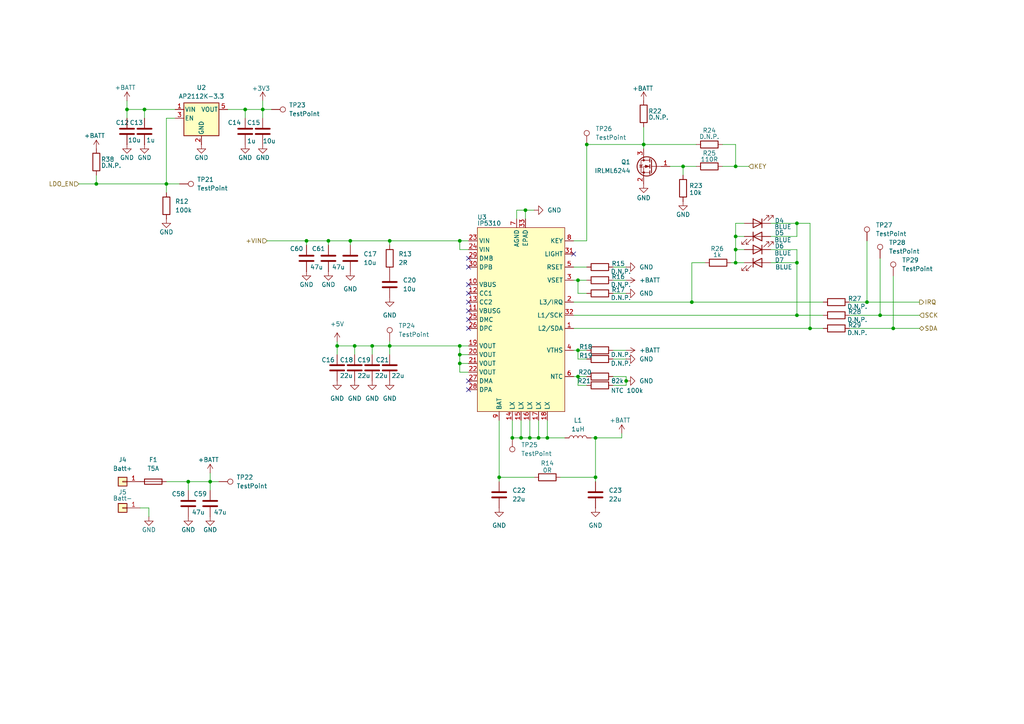
<source format=kicad_sch>
(kicad_sch (version 20231120) (generator "eeschema") (generator_version "8.0")
  (paper "A4")
  (title_block (title "Mermaid Control Unit") (date "2025-02-04") (rev "A") (company "Aurora Dreams Mermaids") (comment 1 "Designed by: Ondrej Ruzicka") (comment 4 "Powering"))
  (lib_symbols
    (symbol "Connector:TestPoint" (pin_numbers hide) (pin_names (offset 0.762) hide)
      (property "Reference" "TP" (at 0 6.858 0))
      (property "Value" "TestPoint" (at 0 5.08 0))
      (symbol "TestPoint_0_1"
        (circle (center 0 3.302) (radius 0.762))
      )
      (symbol "TestPoint_1_1"
        (pin passive line (at 0 0 90) (length 2.54) (name "1") (number "1"))
      )
    )
    (symbol "Connector_Generic:Conn_01x01" (pin_names (offset 1.016) hide)
      (property "Reference" "J" (at 0 2.54 0))
      (property "Value" "Conn_01x01" (at 0 -2.54 0))
      (symbol "Conn_01x01_1_1"
        (rectangle (start -1.27 0.127) (end 0 -0.127) (stroke (width 0.1524)))
        (rectangle (start -1.27 1.27) (end 1.27 -1.27) (stroke (width 0.254)) (fill (type background)))
        (pin passive line (at -5.08 0 0) (length 3.81) (name "Pin_1") (number "1"))
      )
    )
    (symbol "Device:C" (pin_numbers hide) (pin_names (offset 0.254))
      (property "Reference" "C" (at 0.635 2.54 0))
      (property "Value" "C" (at 0.635 -2.54 0))
      (symbol "C_0_1"
        (polyline (pts (xy -2.032 -0.762) (xy 2.032 -0.762)) (stroke (width 0.508)))
        (polyline (pts (xy -2.032 0.762) (xy 2.032 0.762)) (stroke (width 0.508)))
      )
      (symbol "C_1_1"
        (pin passive line (at 0 3.81 270) (length 2.794) (name "~") (number "1"))
        (pin passive line (at 0 -3.81 90) (length 2.794) (name "~") (number "2"))
      )
    )
    (symbol "Device:Fuse" (pin_numbers hide) (pin_names (offset 0))
      (property "Reference" "F" (at 2.032 0 90))
      (property "Value" "Fuse" (at -1.905 0 90))
      (symbol "Fuse_0_1"
        (rectangle (start -0.762 -2.54) (end 0.762 2.54) (stroke (width 0.254)))
        (polyline (pts (xy 0 2.54) (xy 0 -2.54)))
      )
      (symbol "Fuse_1_1"
        (pin passive line (at 0 3.81 270) (length 1.27) (name "~") (number "1"))
        (pin passive line (at 0 -3.81 90) (length 1.27) (name "~") (number "2"))
      )
    )
    (symbol "Device:L" (pin_numbers hide) (pin_names (offset 1.016) hide)
      (property "Reference" "L" (at -1.27 0 90))
      (property "Value" "L" (at 1.905 0 90))
      (symbol "L_0_1"
        (arc (start 0 -2.54) (mid 0.6323 -1.905) (end 0 -1.27))
        (arc (start 0 -1.27) (mid 0.6323 -0.635) (end 0 0))
        (arc (start 0 0) (mid 0.6323 0.635) (end 0 1.27))
        (arc (start 0 1.27) (mid 0.6323 1.905) (end 0 2.54))
      )
      (symbol "L_1_1"
        (pin passive line (at 0 3.81 270) (length 1.27) (name "1") (number "1"))
        (pin passive line (at 0 -3.81 90) (length 1.27) (name "2") (number "2"))
      )
    )
    (symbol "Device:LED" (pin_numbers hide) (pin_names (offset 1.016) hide)
      (property "Reference" "D" (at 0 2.54 0))
      (property "Value" "LED" (at 0 -2.54 0))
      (symbol "LED_0_1"
        (polyline (pts (xy -1.27 -1.27) (xy -1.27 1.27)) (stroke (width 0.254)))
        (polyline (pts (xy -1.27 0) (xy 1.27 0)))
        (polyline (pts (xy 1.27 -1.27) (xy 1.27 1.27) (xy -1.27 0) (xy 1.27 -1.27)) (stroke (width 0.254)))
        (polyline (pts (xy -3.048 -0.762) (xy -4.572 -2.286) (xy -3.81 -2.286) (xy -4.572 -2.286) (xy -4.572 -1.524)))
        (polyline (pts (xy -1.778 -0.762) (xy -3.302 -2.286) (xy -2.54 -2.286) (xy -3.302 -2.286) (xy -3.302 -1.524)))
      )
      (symbol "LED_1_1"
        (pin passive line (at -3.81 0 0) (length 2.54) (name "K") (number "1"))
        (pin passive line (at 3.81 0 180) (length 2.54) (name "A") (number "2"))
      )
    )
    (symbol "Device:R" (pin_numbers hide) (pin_names (offset 0))
      (property "Reference" "R" (at 2.032 0 90))
      (property "Value" "R" (at 0 0 90))
      (symbol "R_0_1"
        (rectangle (start -1.016 -2.54) (end 1.016 2.54) (stroke (width 0.254)))
      )
      (symbol "R_1_1"
        (pin passive line (at 0 3.81 270) (length 1.27) (name "~") (number "1"))
        (pin passive line (at 0 -3.81 90) (length 1.27) (name "~") (number "2"))
      )
    )
    (symbol "Regulator_Linear:AP2112K-3.3" (pin_names (offset 0.254))
      (property "Reference" "U" (at -5.08 5.715 0))
      (property "Value" "AP2112K-3.3" (at 0 5.715 0))
      (symbol "AP2112K-3.3_0_1"
        (rectangle (start -5.08 4.445) (end 5.08 -5.08) (stroke (width 0.254)) (fill (type background)))
      )
      (symbol "AP2112K-3.3_1_1"
        (pin power_in line (at -7.62 2.54 0) (length 2.54) (name "VIN") (number "1"))
        (pin power_in line (at 0 -7.62 90) (length 2.54) (name "GND") (number "2"))
        (pin input line (at -7.62 0 0) (length 2.54) (name "EN") (number "3"))
        (pin no_connect line (at 5.08 0 180) (length 2.54) hide (name "NC") (number "4"))
        (pin power_out line (at 7.62 2.54 180) (length 2.54) (name "VOUT") (number "5"))
      )
    )
    (symbol "Transistor_FET:IRLML6244" (pin_names hide)
      (property "Reference" "Q" (at 5.08 1.905 0))
      (property "Value" "IRLML6244" (at 5.08 0 0))
      (symbol "IRLML6244_0_1"
        (polyline (pts (xy 0.254 0) (xy -2.54 0)))
        (polyline (pts (xy 0.254 1.905) (xy 0.254 -1.905)) (stroke (width 0.254)))
        (polyline (pts (xy 0.762 -1.27) (xy 0.762 -2.286)) (stroke (width 0.254)))
        (polyline (pts (xy 0.762 0.508) (xy 0.762 -0.508)) (stroke (width 0.254)))
        (polyline (pts (xy 0.762 2.286) (xy 0.762 1.27)) (stroke (width 0.254)))
        (polyline (pts (xy 2.54 2.54) (xy 2.54 1.778)))
        (polyline (pts (xy 2.54 -2.54) (xy 2.54 0) (xy 0.762 0)))
        (polyline (pts (xy 0.762 -1.778) (xy 3.302 -1.778) (xy 3.302 1.778) (xy 0.762 1.778)))
        (polyline (pts (xy 1.016 0) (xy 2.032 0.381) (xy 2.032 -0.381) (xy 1.016 0)) (fill (type outline)))
        (polyline (pts (xy 2.794 0.508) (xy 2.921 0.381) (xy 3.683 0.381) (xy 3.81 0.254)))
        (polyline (pts (xy 3.302 0.381) (xy 2.921 -0.254) (xy 3.683 -0.254) (xy 3.302 0.381)))
        (circle (center 1.651 0) (radius 2.794) (stroke (width 0.254)))
        (circle (center 2.54 -1.778) (radius 0.254) (fill (type outline)))
        (circle (center 2.54 1.778) (radius 0.254) (fill (type outline)))
      )
      (symbol "IRLML6244_1_1"
        (pin input line (at -5.08 0 0) (length 2.54) (name "G") (number "1"))
        (pin passive line (at 2.54 -5.08 90) (length 2.54) (name "S") (number "2"))
        (pin passive line (at 2.54 5.08 270) (length 2.54) (name "D") (number "3"))
      )
    )
    (symbol "library:IP5310"
      (property "Reference" "U" (at -11.938 22.606 0))
      (property "Value" "IP5310" (at 0 0 0))
      (symbol "IP5310_0_1"
        (rectangle (start -12.7 21.59) (end 12.7 -31.75) (fill (type background)))
      )
      (symbol "IP5310_1_1"
        (pin bidirectional line (at 15.24 -7.62 180) (length 2.54) (name "L2/SDA") (number "1"))
        (pin power_in line (at -15.24 5.08 0) (length 2.54) (name "VBUS") (number "10"))
        (pin output line (at -15.24 -2.54 0) (length 2.54) (name "VBUSG") (number "11"))
        (pin bidirectional line (at -15.24 2.54 0) (length 2.54) (name "CC1") (number "12"))
        (pin bidirectional line (at -15.24 0 0) (length 2.54) (name "CC2") (number "13"))
        (pin passive line (at -2.54 -34.29 90) (length 2.54) (name "LX") (number "14"))
        (pin passive line (at 0 -34.29 90) (length 2.54) (name "LX") (number "15"))
        (pin passive line (at 2.54 -34.29 90) (length 2.54) (name "LX") (number "16"))
        (pin passive line (at 5.08 -34.29 90) (length 2.54) (name "LX") (number "17"))
        (pin passive line (at 7.62 -34.29 90) (length 2.54) (name "LX") (number "18"))
        (pin power_out line (at -15.24 -12.7 0) (length 2.54) (name "VOUT") (number "19"))
        (pin output line (at 15.24 0 180) (length 2.54) (name "L3/IRQ") (number "2"))
        (pin power_out line (at -15.24 -15.24 0) (length 2.54) (name "VOUT") (number "20"))
        (pin power_out line (at -15.24 -17.78 0) (length 2.54) (name "VOUT") (number "21"))
        (pin power_out line (at -15.24 -20.32 0) (length 2.54) (name "VOUT") (number "22"))
        (pin power_in line (at -15.24 17.78 0) (length 2.54) (name "VIN") (number "23"))
        (pin power_in line (at -15.24 15.24 0) (length 2.54) (name "VIN") (number "24"))
        (pin output line (at -15.24 -5.08 0) (length 2.54) (name "DMC") (number "25"))
        (pin output line (at -15.24 -7.62 0) (length 2.54) (name "DPC") (number "26"))
        (pin output line (at -15.24 -22.86 0) (length 2.54) (name "DMA") (number "27"))
        (pin output line (at -15.24 -25.4 0) (length 2.54) (name "DPA") (number "28"))
        (pin free line (at -15.24 12.7 0) (length 2.54) (name "DMB") (number "29"))
        (pin input line (at 15.24 6.35 180) (length 2.54) (name "VSET") (number "3"))
        (pin free line (at -15.24 10.16 0) (length 2.54) (name "DPB") (number "30"))
        (pin output line (at 15.24 13.97 180) (length 2.54) (name "LIGHT") (number "31"))
        (pin output line (at 15.24 -3.81 180) (length 2.54) (name "L1/SCK") (number "32"))
        (pin power_in line (at 1.27 24.13 270) (length 2.54) (name "EPAD") (number "33"))
        (pin input line (at 15.24 -13.97 180) (length 2.54) (name "VTHS") (number "4"))
        (pin input line (at 15.24 10.16 180) (length 2.54) (name "RSET") (number "5"))
        (pin input line (at 15.24 -21.59 180) (length 2.54) (name "NTC") (number "6"))
        (pin power_in line (at -1.27 24.13 270) (length 2.54) (name "AGND") (number "7"))
        (pin input line (at 15.24 17.78 180) (length 2.54) (name "KEY") (number "8"))
        (pin power_in line (at -6.35 -34.29 90) (length 2.54) (name "BAT") (number "9"))
      )
    )
    (symbol "power:+1V0" (power) (pin_numbers hide) (pin_names (offset 0) hide)
      (property "Value" "+1V0" (at 0 3.556 0))
      (symbol "+1V0_0_1"
        (polyline (pts (xy -0.762 1.27) (xy 0 2.54)))
        (polyline (pts (xy 0 0) (xy 0 2.54)))
        (polyline (pts (xy 0 2.54) (xy 0.762 1.27)))
      )
      (symbol "+1V0_1_1"
        (pin power_in line (at 0 0 90) (length 0) (name "~") (number "1"))
      )
    )
    (symbol "power:+3V3" (power) (pin_numbers hide) (pin_names (offset 0) hide)
      (property "Value" "+3V3" (at 0 3.556 0))
      (symbol "+3V3_0_1"
        (polyline (pts (xy -0.762 1.27) (xy 0 2.54)))
        (polyline (pts (xy 0 0) (xy 0 2.54)))
        (polyline (pts (xy 0 2.54) (xy 0.762 1.27)))
      )
      (symbol "+3V3_1_1"
        (pin power_in line (at 0 0 90) (length 0) (name "~") (number "1"))
      )
    )
    (symbol "power:GND" (power) (pin_numbers hide) (pin_names (offset 0) hide)
      (property "Value" "GND" (at 0 -3.81 0))
      (symbol "GND_0_1"
        (polyline (pts (xy 0 0) (xy 0 -1.27) (xy 1.27 -1.27) (xy 0 -2.54) (xy -1.27 -1.27) (xy 0 -1.27)))
      )
      (symbol "GND_1_1"
        (pin power_in line (at 0 0 270) (length 0) (name "~") (number "1"))
      )
    )
  )
  (junction (at 148.59 127))
  (junction (at 213.36 68.58))
  (junction (at 231.14 64.77))
  (junction (at 156.21 127))
  (junction (at 186.69 41.91))
  (junction (at 36.83 31.75))
  (junction (at 151.13 127))
  (junction (at 172.72 138.43))
  (junction (at 102.87 100.33))
  (junction (at 113.03 69.85))
  (junction (at 200.66 87.63))
  (junction (at 259.08 95.25))
  (junction (at 153.67 127))
  (junction (at 213.36 48.26))
  (junction (at 133.35 105.41))
  (junction (at 107.95 100.33))
  (junction (at 97.79 100.33))
  (junction (at 167.64 81.28))
  (junction (at 54.61 139.7))
  (junction (at 170.18 41.91))
  (junction (at 213.36 72.39))
  (junction (at 88.9 69.85))
  (junction (at 144.78 138.43))
  (junction (at 251.46 87.63))
  (junction (at 48.26 53.34))
  (junction (at 158.75 127))
  (junction (at 76.2 31.75))
  (junction (at 133.35 69.85))
  (junction (at 167.64 101.6))
  (junction (at 234.95 95.25))
  (junction (at 181.61 110.49))
  (junction (at 255.27 91.44))
  (junction (at 152.4 60.96))
  (junction (at 27.94 53.34))
  (junction (at 133.35 102.87))
  (junction (at 113.03 100.33))
  (junction (at 101.6 69.85))
  (junction (at 41.91 31.75))
  (junction (at 172.72 127))
  (junction (at 60.96 139.7))
  (junction (at 133.35 100.33))
  (junction (at 198.12 48.26))
  (junction (at 231.14 91.44))
  (junction (at 95.25 69.85))
  (junction (at 71.12 31.75))
  (junction (at 213.36 76.2))
  (junction (at 167.64 109.22))
  (junction (at 231.14 76.2))
  (no_connect (at 135.89 95.25))
  (no_connect (at 135.89 113.03))
  (no_connect (at 135.89 82.55))
  (no_connect (at 135.89 85.09))
  (no_connect (at 135.89 77.47))
  (no_connect (at 135.89 110.49))
  (no_connect (at 135.89 90.17))
  (no_connect (at 135.89 74.93))
  (no_connect (at 135.89 92.71))
  (no_connect (at 166.37 73.66))
  (no_connect (at 135.89 87.63))
  (wire (pts (xy 251.46 69.85) (xy 251.46 87.63)))
  (wire (pts (xy 170.18 41.91) (xy 186.69 41.91)))
  (wire (pts (xy 113.03 69.85) (xy 101.6 69.85)))
  (wire (pts (xy 102.87 100.33) (xy 102.87 102.87)))
  (wire (pts (xy 166.37 87.63) (xy 200.66 87.63)))
  (wire (pts (xy 170.18 104.14) (xy 167.64 104.14)))
  (wire (pts (xy 198.12 48.26) (xy 201.93 48.26)))
  (wire (pts (xy 170.18 109.22) (xy 167.64 109.22)))
  (wire (pts (xy 177.8 101.6) (xy 181.61 101.6)))
  (wire (pts (xy 88.9 69.85) (xy 88.9 71.12)))
  (wire (pts (xy 133.35 102.87) (xy 133.35 100.33)))
  (wire (pts (xy 149.86 60.96) (xy 152.4 60.96)))
  (wire (pts (xy 186.69 41.91) (xy 201.93 41.91)))
  (wire (pts (xy 212.09 76.2) (xy 213.36 76.2)))
  (wire (pts (xy 231.14 68.58) (xy 223.52 68.58)))
  (wire (pts (xy 113.03 100.33) (xy 113.03 102.87)))
  (wire (pts (xy 177.8 81.28) (xy 181.61 81.28)))
  (wire (pts (xy 158.75 127) (xy 156.21 127)))
  (wire (pts (xy 41.91 31.75) (xy 36.83 31.75)))
  (wire (pts (xy 50.8 31.75) (xy 41.91 31.75)))
  (wire (pts (xy 166.37 101.6) (xy 167.64 101.6)))
  (wire (pts (xy 198.12 50.8) (xy 198.12 48.26)))
  (wire (pts (xy 97.79 100.33) (xy 97.79 102.87)))
  (wire (pts (xy 251.46 87.63) (xy 266.7 87.63)))
  (wire (pts (xy 77.47 69.85) (xy 88.9 69.85)))
  (wire (pts (xy 40.64 147.32) (xy 43.18 147.32)))
  (wire (pts (xy 231.14 64.77) (xy 231.14 68.58)))
  (wire (pts (xy 27.94 50.8) (xy 27.94 53.34)))
  (wire (pts (xy 166.37 77.47) (xy 170.18 77.47)))
  (wire (pts (xy 167.64 85.09) (xy 167.64 81.28)))
  (wire (pts (xy 246.38 95.25) (xy 259.08 95.25)))
  (wire (pts (xy 223.52 72.39) (xy 231.14 72.39)))
  (wire (pts (xy 181.61 109.22) (xy 181.61 110.49)))
  (wire (pts (xy 177.8 111.76) (xy 181.61 111.76)))
  (wire (pts (xy 166.37 81.28) (xy 167.64 81.28)))
  (wire (pts (xy 213.36 72.39) (xy 215.9 72.39)))
  (wire (pts (xy 259.08 80.01) (xy 259.08 95.25)))
  (wire (pts (xy 88.9 69.85) (xy 95.25 69.85)))
  (wire (pts (xy 48.26 53.34) (xy 48.26 55.88)))
  (wire (pts (xy 166.37 109.22) (xy 167.64 109.22)))
  (wire (pts (xy 166.37 69.85) (xy 170.18 69.85)))
  (wire (pts (xy 48.26 34.29) (xy 48.26 53.34)))
  (wire (pts (xy 209.55 48.26) (xy 213.36 48.26)))
  (wire (pts (xy 36.83 29.21) (xy 36.83 31.75)))
  (wire (pts (xy 259.08 95.25) (xy 266.7 95.25)))
  (wire (pts (xy 181.61 110.49) (xy 181.61 111.76)))
  (wire (pts (xy 255.27 91.44) (xy 266.7 91.44)))
  (wire (pts (xy 186.69 36.83) (xy 186.69 41.91)))
  (wire (pts (xy 135.89 107.95) (xy 133.35 107.95)))
  (wire (pts (xy 223.52 64.77) (xy 231.14 64.77)))
  (wire (pts (xy 213.36 76.2) (xy 215.9 76.2)))
  (wire (pts (xy 76.2 31.75) (xy 76.2 34.29)))
  (wire (pts (xy 60.96 139.7) (xy 60.96 137.16)))
  (wire (pts (xy 133.35 105.41) (xy 135.89 105.41)))
  (wire (pts (xy 172.72 138.43) (xy 172.72 127)))
  (wire (pts (xy 246.38 87.63) (xy 251.46 87.63)))
  (wire (pts (xy 170.18 69.85) (xy 170.18 41.91)))
  (wire (pts (xy 144.78 138.43) (xy 154.94 138.43)))
  (wire (pts (xy 60.96 139.7) (xy 63.5 139.7)))
  (wire (pts (xy 27.94 53.34) (xy 22.86 53.34)))
  (wire (pts (xy 151.13 121.92) (xy 151.13 127)))
  (wire (pts (xy 213.36 68.58) (xy 215.9 68.58)))
  (wire (pts (xy 60.96 139.7) (xy 60.96 142.24)))
  (wire (pts (xy 95.25 69.85) (xy 95.25 71.12)))
  (wire (pts (xy 135.89 72.39) (xy 133.35 72.39)))
  (wire (pts (xy 41.91 31.75) (xy 41.91 34.29)))
  (wire (pts (xy 107.95 100.33) (xy 107.95 102.87)))
  (wire (pts (xy 144.78 121.92) (xy 144.78 138.43)))
  (wire (pts (xy 158.75 121.92) (xy 158.75 127)))
  (wire (pts (xy 54.61 139.7) (xy 54.61 142.24)))
  (wire (pts (xy 152.4 60.96) (xy 154.94 60.96)))
  (wire (pts (xy 133.35 69.85) (xy 113.03 69.85)))
  (wire (pts (xy 166.37 95.25) (xy 234.95 95.25)))
  (wire (pts (xy 71.12 31.75) (xy 71.12 34.29)))
  (wire (pts (xy 186.69 41.91) (xy 186.69 43.18)))
  (wire (pts (xy 246.38 91.44) (xy 255.27 91.44)))
  (wire (pts (xy 170.18 111.76) (xy 167.64 111.76)))
  (wire (pts (xy 213.36 68.58) (xy 213.36 72.39)))
  (wire (pts (xy 172.72 127) (xy 180.34 127)))
  (wire (pts (xy 133.35 105.41) (xy 133.35 102.87)))
  (wire (pts (xy 167.64 101.6) (xy 170.18 101.6)))
  (wire (pts (xy 172.72 138.43) (xy 172.72 139.7)))
  (wire (pts (xy 71.12 31.75) (xy 76.2 31.75)))
  (wire (pts (xy 76.2 29.21) (xy 76.2 31.75)))
  (wire (pts (xy 48.26 139.7) (xy 54.61 139.7)))
  (wire (pts (xy 213.36 72.39) (xy 213.36 76.2)))
  (wire (pts (xy 153.67 121.92) (xy 153.67 127)))
  (wire (pts (xy 234.95 64.77) (xy 231.14 64.77)))
  (wire (pts (xy 149.86 63.5) (xy 149.86 60.96)))
  (wire (pts (xy 231.14 72.39) (xy 231.14 76.2)))
  (wire (pts (xy 48.26 53.34) (xy 27.94 53.34)))
  (wire (pts (xy 200.66 87.63) (xy 238.76 87.63)))
  (wire (pts (xy 162.56 138.43) (xy 172.72 138.43)))
  (wire (pts (xy 95.25 69.85) (xy 101.6 69.85)))
  (wire (pts (xy 148.59 127) (xy 148.59 121.92)))
  (wire (pts (xy 101.6 69.85) (xy 101.6 71.12)))
  (wire (pts (xy 231.14 91.44) (xy 231.14 76.2)))
  (wire (pts (xy 180.34 127) (xy 180.34 125.73)))
  (wire (pts (xy 66.04 31.75) (xy 71.12 31.75)))
  (wire (pts (xy 170.18 85.09) (xy 167.64 85.09)))
  (wire (pts (xy 135.89 100.33) (xy 133.35 100.33)))
  (wire (pts (xy 151.13 127) (xy 148.59 127)))
  (wire (pts (xy 234.95 95.25) (xy 238.76 95.25)))
  (wire (pts (xy 54.61 139.7) (xy 60.96 139.7)))
  (wire (pts (xy 135.89 69.85) (xy 133.35 69.85)))
  (wire (pts (xy 156.21 127) (xy 153.67 127)))
  (wire (pts (xy 163.83 127) (xy 158.75 127)))
  (wire (pts (xy 231.14 76.2) (xy 223.52 76.2)))
  (wire (pts (xy 172.72 127) (xy 171.45 127)))
  (wire (pts (xy 113.03 100.33) (xy 107.95 100.33)))
  (wire (pts (xy 76.2 31.75) (xy 78.74 31.75)))
  (wire (pts (xy 213.36 41.91) (xy 213.36 48.26)))
  (wire (pts (xy 167.64 111.76) (xy 167.64 109.22)))
  (wire (pts (xy 177.8 109.22) (xy 181.61 109.22)))
  (wire (pts (xy 177.8 77.47) (xy 181.61 77.47)))
  (wire (pts (xy 36.83 31.75) (xy 36.83 34.29)))
  (wire (pts (xy 209.55 41.91) (xy 213.36 41.91)))
  (wire (pts (xy 133.35 72.39) (xy 133.35 69.85)))
  (wire (pts (xy 144.78 138.43) (xy 144.78 139.7)))
  (wire (pts (xy 177.8 104.14) (xy 181.61 104.14)))
  (wire (pts (xy 167.64 101.6) (xy 167.64 104.14)))
  (wire (pts (xy 234.95 95.25) (xy 234.95 64.77)))
  (wire (pts (xy 200.66 76.2) (xy 204.47 76.2)))
  (wire (pts (xy 167.64 81.28) (xy 170.18 81.28)))
  (wire (pts (xy 50.8 34.29) (xy 48.26 34.29)))
  (wire (pts (xy 177.8 85.09) (xy 181.61 85.09)))
  (wire (pts (xy 213.36 64.77) (xy 213.36 68.58)))
  (wire (pts (xy 156.21 121.92) (xy 156.21 127)))
  (wire (pts (xy 107.95 100.33) (xy 102.87 100.33)))
  (wire (pts (xy 113.03 99.06) (xy 113.03 100.33)))
  (wire (pts (xy 213.36 64.77) (xy 215.9 64.77)))
  (wire (pts (xy 48.26 53.34) (xy 52.07 53.34)))
  (wire (pts (xy 152.4 60.96) (xy 152.4 63.5)))
  (wire (pts (xy 102.87 100.33) (xy 97.79 100.33)))
  (wire (pts (xy 133.35 100.33) (xy 113.03 100.33)))
  (wire (pts (xy 97.79 99.06) (xy 97.79 100.33)))
  (wire (pts (xy 200.66 87.63) (xy 200.66 76.2)))
  (wire (pts (xy 255.27 74.93) (xy 255.27 91.44)))
  (wire (pts (xy 113.03 69.85) (xy 113.03 71.12)))
  (wire (pts (xy 213.36 48.26) (xy 217.17 48.26)))
  (wire (pts (xy 133.35 102.87) (xy 135.89 102.87)))
  (wire (pts (xy 166.37 91.44) (xy 231.14 91.44)))
  (wire (pts (xy 198.12 48.26) (xy 194.31 48.26)))
  (wire (pts (xy 133.35 107.95) (xy 133.35 105.41)))
  (wire (pts (xy 153.67 127) (xy 151.13 127)))
  (wire (pts (xy 231.14 91.44) (xy 238.76 91.44)))
  (wire (pts (xy 43.18 147.32) (xy 43.18 149.86)))
  (hierarchical_label "LDO_EN" (shape input) (at 22.86 53.34 180))
  (hierarchical_label "+VIN" (shape input) (at 77.47 69.85 180))
  (hierarchical_label "IRQ" (shape output) (at 266.7 87.63 0))
  (hierarchical_label "KEY" (shape input) (at 217.17 48.26 0))
  (hierarchical_label "SDA" (shape bidirectional) (at 266.7 95.25 0))
  (hierarchical_label "SCK" (shape input) (at 266.7 91.44 0))
  (symbol (lib_id "power:GND") (at 71.12 41.91 0) (unit 1)
    (property "Reference" "#PWR033" (effects (hide yes)))
    (property "Value" "GND" (at 71.12 45.72 0))
    (property "Description" "Power symbol creates a global label with name \"GND\" , ground" (effects (hide yes)))
  )
  (symbol (lib_id "power:GND") (at 181.61 104.14 90) (unit 1)
    (property "Reference" "#PWR051" (effects (hide yes)))
    (property "Value" "GND" (at 185.42 104.1399 90) (effects (justify right)))
    (property "Description" "Power symbol creates a global label with name \"GND\" , ground" (effects (hide yes)))
  )
  (symbol (lib_id "power:GND") (at 102.87 110.49 0) (unit 1)
    (property "Reference" "#PWR039" (effects (hide yes)))
    (property "Value" "GND" (at 102.87 115.57 0))
    (property "Description" "Power symbol creates a global label with name \"GND\" , ground" (effects (hide yes)))
  )
  (symbol (lib_id "power:GND") (at 36.83 41.91 0) (unit 1)
    (property "Reference" "#PWR027" (effects (hide yes)))
    (property "Value" "GND" (at 36.83 45.72 0))
    (property "Description" "Power symbol creates a global label with name \"GND\" , ground" (effects (hide yes)))
  )
  (symbol (lib_id "Device:R") (at 173.99 85.09 90) (unit 1)
    (property "Reference" "R17" (at 179.324 84.074 90))
    (property "Value" "D.N.P." (at 180.086 86.36 90))
    (property "Footprint" "Resistor_SMD:R_0603_1608Metric" (effects (hide yes)))
    (property "Description" "Resistor" (effects (hide yes)))
  )
  (symbol (lib_id "power:GND") (at 76.2 41.91 0) (unit 1)
    (property "Reference" "#PWR035" (effects (hide yes)))
    (property "Value" "GND" (at 76.2 45.72 0))
    (property "Description" "Power symbol creates a global label with name \"GND\" , ground" (effects (hide yes)))
  )
  (symbol (lib_id "Device:R") (at 173.99 111.76 90) (unit 1)
    (property "Reference" "R21" (at 169.418 110.49 90))
    (property "Value" "NTC 100k" (at 181.864 113.284 90))
    (property "Footprint" "Resistor_SMD:R_0603_1608Metric" (effects (hide yes)))
    (property "Description" "Resistor" (effects (hide yes)))
    (property "Part Number" "NCU18WF104F6SRB" (effects (hide yes)))
  )
  (symbol (lib_id "Device:R") (at 242.57 95.25 90) (unit 1)
    (property "Reference" "R29" (at 247.904 94.234 90))
    (property "Value" "D.N.P." (at 248.666 96.52 90))
    (property "Footprint" "Resistor_SMD:R_0603_1608Metric" (effects (hide yes)))
    (property "Description" "Resistor" (effects (hide yes)))
  )
  (symbol (lib_id "Device:C") (at 41.91 38.1 0) (unit 1)
    (property "Reference" "C13" (at 37.592 35.56 0) (effects (justify left)))
    (property "Value" "1u" (at 42.418 40.64 0) (effects (justify left)))
    (property "Footprint" "Capacitor_SMD:C_0603_1608Metric" (effects (hide yes)))
    (property "Description" "Unpolarized capacitor" (effects (hide yes)))
    (property "Part Number" "CL10A105KB8NNNC " (effects (hide yes)))
  )
  (symbol (lib_id "Device:C") (at 107.95 106.68 0) (unit 1)
    (property "Reference" "C19" (at 103.632 104.394 0) (effects (justify left)))
    (property "Value" "22u" (at 108.712 108.966 0) (effects (justify left)))
    (property "Footprint" "Capacitor_SMD:C_0603_1608Metric" (effects (hide yes)))
    (property "Description" "Unpolarized capacitor" (effects (hide yes)))
    (property "Part Number" "CL10A226MP8NUNE " (effects (hide yes)))
  )
  (symbol (lib_id "Regulator_Linear:AP2112K-3.3") (at 58.42 34.29 0) (unit 1)
    (property "Reference" "U2" (at 58.42 25.4 0))
    (property "Value" "AP2112K-3.3" (at 58.42 27.94 0))
    (property "Footprint" "Package_TO_SOT_SMD:SOT-23-5" (effects (hide yes)))
    (property "Datasheet" "https://www.diodes.com/assets/Datasheets/AP2112.pdf" (effects (hide yes)))
    (property "Description" "600mA low dropout linear regulator, with enable pin, 3.8V-6V input voltage range, 3.3V fixed positive output, SOT-23-5" (effects (hide yes)))
    (property "Part Number" "AP2112K-3.3TRG1 " (effects (hide yes)))
  )
  (symbol (lib_id "Connector:TestPoint") (at 52.07 53.34 270) (unit 1)
    (property "Reference" "TP21" (at 57.15 52.0699 90) (effects (justify left)))
    (property "Value" "TestPoint" (at 57.15 54.6099 90) (effects (justify left)))
    (property "Footprint" "TestPoint:TestPoint_Pad_D1.5mm" (effects (hide yes)))
    (property "Description" "test point" (effects (hide yes)))
  )
  (symbol (lib_id "Device:Fuse") (at 44.45 139.7 90) (unit 1)
    (property "Reference" "F1" (at 44.45 133.35 90))
    (property "Value" "T5A" (at 44.45 135.89 90))
    (property "Footprint" "Fuse:Fuse_0603_1608Metric" (effects (hide yes)))
    (property "Description" "Fuse" (effects (hide yes)))
    (property "Part Number" "F0603HI8000V032TM" (effects (hide yes)))
  )
  (symbol (lib_id "Device:R") (at 208.28 76.2 90) (unit 1)
    (property "Reference" "R26" (at 208.026 72.136 90))
    (property "Value" "1k" (at 208.026 73.914 90))
    (property "Footprint" "Resistor_SMD:R_0603_1608Metric" (effects (hide yes)))
    (property "Description" "Resistor" (effects (hide yes)))
    (property "Part Number" "RC0603FR-071KL " (effects (hide yes)))
  )
  (symbol (lib_id "Device:C") (at 113.03 82.55 0) (unit 1)
    (property "Reference" "C20" (at 116.84 81.2799 0) (effects (justify left)))
    (property "Value" "10u" (at 116.84 83.8199 0) (effects (justify left)))
    (property "Footprint" "Capacitor_SMD:C_0603_1608Metric" (effects (hide yes)))
    (property "Description" "Unpolarized capacitor" (effects (hide yes)))
    (property "Part Number" "CL10A106MA8NRNC " (effects (hide yes)))
  )
  (symbol (lib_id "Connector:TestPoint") (at 78.74 31.75 270) (unit 1)
    (property "Reference" "TP23" (at 83.82 30.4799 90) (effects (justify left)))
    (property "Value" "TestPoint" (at 83.82 33.0199 90) (effects (justify left)))
    (property "Footprint" "TestPoint:TestPoint_Pad_D1.5mm" (effects (hide yes)))
    (property "Description" "test point" (effects (hide yes)))
  )
  (symbol (lib_id "Device:C") (at 172.72 143.51 0) (unit 1)
    (property "Reference" "C23" (at 176.53 142.2399 0) (effects (justify left)))
    (property "Value" "22u" (at 176.53 144.7799 0) (effects (justify left)))
    (property "Footprint" "Capacitor_SMD:C_0603_1608Metric" (effects (hide yes)))
    (property "Description" "Unpolarized capacitor" (effects (hide yes)))
    (property "Part Number" "CL10A226MP8NUNE " (effects (hide yes)))
  )
  (symbol (lib_id "power:+1V0") (at 27.94 43.18 0) (unit 1)
    (property "Reference" "#PWR0129" (effects (hide yes)))
    (property "Value" "+BATT" (at 27.432 39.37 0))
    (property "Description" "Power symbol creates a global label with name \"+1V0\"" (effects (hide yes)))
  )
  (symbol (lib_id "Device:C") (at 97.79 106.68 0) (unit 1)
    (property "Reference" "C16" (at 93.218 104.394 0) (effects (justify left)))
    (property "Value" "22u" (at 98.552 108.966 0) (effects (justify left)))
    (property "Footprint" "Capacitor_SMD:C_0603_1608Metric" (effects (hide yes)))
    (property "Description" "Unpolarized capacitor" (effects (hide yes)))
    (property "Part Number" "CL10A226MP8NUNE " (effects (hide yes)))
  )
  (symbol (lib_id "Device:C") (at 88.9 74.93 0) (unit 1)
    (property "Reference" "C60" (at 84.074 72.136 0) (effects (justify left)))
    (property "Value" "47u" (at 89.916 77.47 0) (effects (justify left)))
    (property "Footprint" "Capacitor_SMD:C_0805_2012Metric" (effects (hide yes)))
    (property "Description" "Unpolarized capacitor" (effects (hide yes)))
    (property "Part Number" "GRM21BR61A476ME15L " (effects (hide yes)))
  )
  (symbol (lib_id "Device:C") (at 144.78 143.51 0) (unit 1)
    (property "Reference" "C22" (at 148.59 142.2399 0) (effects (justify left)))
    (property "Value" "22u" (at 148.59 144.7799 0) (effects (justify left)))
    (property "Footprint" "Capacitor_SMD:C_0603_1608Metric" (effects (hide yes)))
    (property "Description" "Unpolarized capacitor" (effects (hide yes)))
    (property "Part Number" "CL10A226MP8NUNE " (effects (hide yes)))
  )
  (symbol (lib_id "power:GND") (at 58.42 41.91 0) (unit 1)
    (property "Reference" "#PWR032" (effects (hide yes)))
    (property "Value" "GND" (at 58.42 45.72 0))
    (property "Description" "Power symbol creates a global label with name \"GND\" , ground" (effects (hide yes)))
  )
  (symbol (lib_id "Device:C") (at 60.96 146.05 0) (unit 1)
    (property "Reference" "C59" (at 56.134 143.256 0) (effects (justify left)))
    (property "Value" "47u" (at 61.976 148.59 0) (effects (justify left)))
    (property "Footprint" "Capacitor_SMD:C_0805_2012Metric" (effects (hide yes)))
    (property "Description" "Unpolarized capacitor" (effects (hide yes)))
    (property "Part Number" "GRM21BR61A476ME15L " (effects (hide yes)))
  )
  (symbol (lib_id "Connector_Generic:Conn_01x01") (at 35.56 147.32 180) (unit 1)
    (property "Reference" "J5" (at 35.56 142.748 0))
    (property "Value" "Batt-" (at 35.56 144.526 0))
    (property "Footprint" "TestPoint:TestPoint_THTPad_2.0x2.0mm_Drill1.0mm" (effects (hide yes)))
    (property "Description" "Generic connector, single row, 01x01, script generated (kicad-library-utils/schlib/autogen/connector/)" (effects (hide yes)))
  )
  (symbol (lib_id "power:GND") (at 43.18 149.86 0) (unit 1)
    (property "Reference" "#PWR029" (effects (hide yes)))
    (property "Value" "GND" (at 43.18 153.67 0))
    (property "Description" "Power symbol creates a global label with name \"GND\" , ground" (effects (hide yes)))
  )
  (symbol (lib_id "Device:LED") (at 219.71 68.58 0) (unit 1)
    (property "Reference" "D5" (at 226.06 67.564 0))
    (property "Value" "BLUE" (at 227.076 69.596 0))
    (property "Footprint" "LED_SMD:LED_0603_1608Metric" (effects (hide yes)))
    (property "Description" "Light emitting diode" (effects (hide yes)))
    (property "Part Number" "APT1608QBC/D" (effects (hide yes)))
  )
  (symbol (lib_id "Device:R") (at 158.75 138.43 90) (unit 1)
    (property "Reference" "R14" (at 158.75 134.366 90))
    (property "Value" "0R" (at 158.75 136.398 90))
    (property "Footprint" "Resistor_SMD:R_0603_1608Metric" (effects (hide yes)))
    (property "Description" "Resistor" (effects (hide yes)))
    (property "Part Number" "RC0603FR-070RL " (effects (hide yes)))
  )
  (symbol (lib_id "power:GND") (at 181.61 77.47 90) (unit 1)
    (property "Reference" "#PWR047" (effects (hide yes)))
    (property "Value" "GND" (at 185.42 77.4699 90) (effects (justify right)))
    (property "Description" "Power symbol creates a global label with name \"GND\" , ground" (effects (hide yes)))
  )
  (symbol (lib_id "Device:R") (at 242.57 87.63 90) (unit 1)
    (property "Reference" "R27" (at 247.904 86.614 90))
    (property "Value" "D.N.P." (at 248.666 88.9 90))
    (property "Footprint" "Resistor_SMD:R_0603_1608Metric" (effects (hide yes)))
    (property "Description" "Resistor" (effects (hide yes)))
  )
  (symbol (lib_id "Device:C") (at 101.6 74.93 0) (unit 1)
    (property "Reference" "C17" (at 105.41 73.6599 0) (effects (justify left)))
    (property "Value" "10u" (at 105.41 76.1999 0) (effects (justify left)))
    (property "Footprint" "Capacitor_SMD:C_0603_1608Metric" (effects (hide yes)))
    (property "Description" "Unpolarized capacitor" (effects (hide yes)))
    (property "Part Number" "CL10A106MA8NRNC " (effects (hide yes)))
  )
  (symbol (lib_id "power:GND") (at 97.79 110.49 0) (unit 1)
    (property "Reference" "#PWR037" (effects (hide yes)))
    (property "Value" "GND" (at 97.79 115.57 0))
    (property "Description" "Power symbol creates a global label with name \"GND\" , ground" (effects (hide yes)))
  )
  (symbol (lib_id "power:+1V0") (at 181.61 81.28 270) (unit 1)
    (property "Reference" "#PWR048" (effects (hide yes)))
    (property "Value" "+BATT" (at 185.42 81.2799 90) (effects (justify left)))
    (property "Description" "Power symbol creates a global label with name \"+1V0\"" (effects (hide yes)))
  )
  (symbol (lib_id "Device:LED") (at 219.71 64.77 180) (unit 1)
    (property "Reference" "D4" (at 226.06 64.008 0))
    (property "Value" "BLUE" (at 227.076 65.786 0))
    (property "Footprint" "LED_SMD:LED_0603_1608Metric" (effects (hide yes)))
    (property "Description" "Light emitting diode" (effects (hide yes)))
    (property "Part Number" "APT1608QBC/D" (effects (hide yes)))
  )
  (symbol (lib_id "Device:R") (at 27.94 46.99 180) (unit 1)
    (property "Reference" "R38" (at 31.242 46.228 0))
    (property "Value" "D.N.P." (at 32.258 48.006 0))
    (property "Footprint" "Resistor_SMD:R_0603_1608Metric" (effects (hide yes)))
    (property "Description" "Resistor" (effects (hide yes)))
  )
  (symbol (lib_id "power:GND") (at 198.12 58.42 0) (unit 1)
    (property "Reference" "#PWR055" (effects (hide yes)))
    (property "Value" "GND" (at 198.12 62.23 0))
    (property "Description" "Power symbol creates a global label with name \"GND\" , ground" (effects (hide yes)))
  )
  (symbol (lib_id "Connector:TestPoint") (at 63.5 139.7 270) (unit 1)
    (property "Reference" "TP22" (at 68.58 138.4299 90) (effects (justify left)))
    (property "Value" "TestPoint" (at 68.58 140.9699 90) (effects (justify left)))
    (property "Footprint" "TestPoint:TestPoint_Pad_D1.5mm" (effects (hide yes)))
    (property "Description" "test point" (effects (hide yes)))
  )
  (symbol (lib_id "power:GND") (at 107.95 110.49 0) (unit 1)
    (property "Reference" "#PWR040" (effects (hide yes)))
    (property "Value" "GND" (at 107.95 115.57 0))
    (property "Description" "Power symbol creates a global label with name \"GND\" , ground" (effects (hide yes)))
  )
  (symbol (lib_id "power:+3V3") (at 76.2 29.21 0) (unit 1)
    (property "Reference" "#PWR034" (effects (hide yes)))
    (property "Value" "+3V3" (at 75.692 25.654 0))
    (property "Description" "Power symbol creates a global label with name \"+3V3\"" (effects (hide yes)))
  )
  (symbol (lib_id "power:GND") (at 88.9 78.74 0) (unit 1)
    (property "Reference" "#PWR0140" (effects (hide yes)))
    (property "Value" "GND" (at 88.9 82.55 0))
    (property "Description" "Power symbol creates a global label with name \"GND\" , ground" (effects (hide yes)))
  )
  (symbol (lib_id "Device:R") (at 173.99 109.22 90) (unit 1)
    (property "Reference" "R20" (at 169.672 107.95 90))
    (property "Value" "82k" (at 179.07 110.49 90))
    (property "Footprint" "Resistor_SMD:R_0603_1608Metric" (effects (hide yes)))
    (property "Description" "Resistor" (effects (hide yes)))
    (property "Part Number" "RC0603FR-0782KL " (effects (hide yes)))
  )
  (symbol (lib_id "power:GND") (at 41.91 41.91 0) (unit 1)
    (property "Reference" "#PWR028" (effects (hide yes)))
    (property "Value" "GND" (at 41.91 45.72 0))
    (property "Description" "Power symbol creates a global label with name \"GND\" , ground" (effects (hide yes)))
  )
  (symbol (lib_id "Connector:TestPoint") (at 259.08 80.01 0) (unit 1)
    (property "Reference" "TP29" (at 261.62 75.4379 0) (effects (justify left)))
    (property "Value" "TestPoint" (at 261.62 77.9779 0) (effects (justify left)))
    (property "Footprint" "TestPoint:TestPoint_Pad_D1.5mm" (effects (hide yes)))
    (property "Description" "test point" (effects (hide yes)))
  )
  (symbol (lib_id "Device:R") (at 173.99 101.6 90) (unit 1)
    (property "Reference" "R18" (at 169.926 100.584 90))
    (property "Value" "D.N.P." (at 180.086 102.87 90))
    (property "Footprint" "Resistor_SMD:R_0603_1608Metric" (effects (hide yes)))
    (property "Description" "Resistor" (effects (hide yes)))
  )
  (symbol (lib_id "Connector:TestPoint") (at 251.46 69.85 0) (unit 1)
    (property "Reference" "TP27" (at 254 65.2779 0) (effects (justify left)))
    (property "Value" "TestPoint" (at 254 67.8179 0) (effects (justify left)))
    (property "Footprint" "TestPoint:TestPoint_Pad_D1.5mm" (effects (hide yes)))
    (property "Description" "test point" (effects (hide yes)))
  )
  (symbol (lib_id "library:IP5310") (at 151.13 87.63 0) (unit 1)
    (property "Reference" "U3" (at 138.43 62.992 0) (effects (justify left)))
    (property "Value" "IP5310" (at 138.43 64.77 0) (effects (justify left)))
    (property "Footprint" "Package_DFN_QFN:QFN-32-1EP_5x5mm_P0.5mm_EP3.6x3.6mm_ThermalVias" (effects (hide yes)))
    (property "Datasheet" "http://www.injoinic.com/wwwroot/uploads/files/20200221/a7a6128e03ee193cf35e48b28e3df9df.pdf" (effects (hide yes)))
    (property "Description" "Integrated USB TYPE-C Power Bank System-On-Chip with 3A charger, 3.1A discharger" (effects (hide yes)))
    (property "Part Number" "IP5310 " (effects (hide yes)))
  )
  (symbol (lib_id "Device:R") (at 205.74 41.91 90) (unit 1)
    (property "Reference" "R24" (at 205.74 37.846 90))
    (property "Value" "D.N.P." (at 205.74 39.624 90))
    (property "Footprint" "Resistor_SMD:R_0603_1608Metric" (effects (hide yes)))
    (property "Description" "Resistor" (effects (hide yes)))
  )
  (symbol (lib_id "Connector:TestPoint") (at 113.03 99.06 0) (unit 1)
    (property "Reference" "TP24" (at 115.57 94.4879 0) (effects (justify left)))
    (property "Value" "TestPoint" (at 115.57 97.0279 0) (effects (justify left)))
    (property "Footprint" "TestPoint:TestPoint_Pad_D1.5mm" (effects (hide yes)))
    (property "Description" "test point" (effects (hide yes)))
  )
  (symbol (lib_id "Device:C") (at 113.03 106.68 0) (unit 1)
    (property "Reference" "C21" (at 108.966 104.394 0) (effects (justify left)))
    (property "Value" "22u" (at 113.538 108.966 0) (effects (justify left)))
    (property "Footprint" "Capacitor_SMD:C_0603_1608Metric" (effects (hide yes)))
    (property "Description" "Unpolarized capacitor" (effects (hide yes)))
    (property "Part Number" "CL10A226MP8NUNE " (effects (hide yes)))
  )
  (symbol (lib_id "power:GND") (at 181.61 110.49 90) (unit 1)
    (property "Reference" "#PWR052" (effects (hide yes)))
    (property "Value" "GND" (at 185.42 110.4899 90) (effects (justify right)))
    (property "Description" "Power symbol creates a global label with name \"GND\" , ground" (effects (hide yes)))
  )
  (symbol (lib_id "power:GND") (at 154.94 60.96 90) (unit 1)
    (property "Reference" "#PWR044" (effects (hide yes)))
    (property "Value" "GND" (at 158.75 60.9599 90) (effects (justify right)))
    (property "Description" "Power symbol creates a global label with name \"GND\" , ground" (effects (hide yes)))
  )
  (symbol (lib_id "power:GND") (at 54.61 149.86 0) (unit 1)
    (property "Reference" "#PWR0138" (effects (hide yes)))
    (property "Value" "GND" (at 54.61 153.67 0))
    (property "Description" "Power symbol creates a global label with name \"GND\" , ground" (effects (hide yes)))
  )
  (symbol (lib_id "Device:C") (at 102.87 106.68 0) (unit 1)
    (property "Reference" "C18" (at 98.552 104.394 0) (effects (justify left)))
    (property "Value" "22u" (at 103.632 108.966 0) (effects (justify left)))
    (property "Footprint" "Capacitor_SMD:C_0603_1608Metric" (effects (hide yes)))
    (property "Description" "Unpolarized capacitor" (effects (hide yes)))
    (property "Part Number" "CL10A226MP8NUNE " (effects (hide yes)))
  )
  (symbol (lib_id "power:+1V0") (at 60.96 137.16 0) (unit 1)
    (property "Reference" "#PWR031" (effects (hide yes)))
    (property "Value" "+BATT" (at 60.452 133.35 0))
    (property "Description" "Power symbol creates a global label with name \"+1V0\"" (effects (hide yes)))
  )
  (symbol (lib_id "power:GND") (at 48.26 63.5 0) (unit 1)
    (property "Reference" "#PWR030" (effects (hide yes)))
    (property "Value" "GND" (at 48.26 67.31 0))
    (property "Description" "Power symbol creates a global label with name \"GND\" , ground" (effects (hide yes)))
  )
  (symbol (lib_id "Device:C") (at 54.61 146.05 0) (unit 1)
    (property "Reference" "C58" (at 49.784 143.256 0) (effects (justify left)))
    (property "Value" "47u" (at 55.626 148.59 0) (effects (justify left)))
    (property "Footprint" "Capacitor_SMD:C_0805_2012Metric" (effects (hide yes)))
    (property "Description" "Unpolarized capacitor" (effects (hide yes)))
    (property "Part Number" "GRM21BR61A476ME15L " (effects (hide yes)))
  )
  (symbol (lib_id "power:GND") (at 101.6 78.74 0) (unit 1)
    (property "Reference" "#PWR038" (effects (hide yes)))
    (property "Value" "GND" (at 101.6 83.82 0))
    (property "Description" "Power symbol creates a global label with name \"GND\" , ground" (effects (hide yes)))
  )
  (symbol (lib_id "power:GND") (at 181.61 85.09 90) (unit 1)
    (property "Reference" "#PWR049" (effects (hide yes)))
    (property "Value" "GND" (at 185.42 85.0899 90) (effects (justify right)))
    (property "Description" "Power symbol creates a global label with name \"GND\" , ground" (effects (hide yes)))
  )
  (symbol (lib_id "Connector:TestPoint") (at 148.59 127 180) (unit 1)
    (property "Reference" "TP25" (at 151.13 129.0319 0) (effects (justify right)))
    (property "Value" "TestPoint" (at 151.13 131.5719 0) (effects (justify right)))
    (property "Footprint" "TestPoint:TestPoint_Pad_D1.5mm" (effects (hide yes)))
    (property "Description" "test point" (effects (hide yes)))
  )
  (symbol (lib_id "Device:R") (at 48.26 59.69 180) (unit 1)
    (property "Reference" "R12" (at 50.8 58.4199 0) (effects (justify right)))
    (property "Value" "100k" (at 50.8 60.9599 0) (effects (justify right)))
    (property "Footprint" "Resistor_SMD:R_0603_1608Metric" (effects (hide yes)))
    (property "Description" "Resistor" (effects (hide yes)))
    (property "Part Number" "RC0603FR-07100KL " (effects (hide yes)))
  )
  (symbol (lib_id "power:+1V0") (at 186.69 29.21 0) (unit 1)
    (property "Reference" "#PWR053" (effects (hide yes)))
    (property "Value" "+BATT" (at 186.436 25.654 0))
    (property "Description" "Power symbol creates a global label with name \"+1V0\"" (effects (hide yes)))
  )
  (symbol (lib_id "power:GND") (at 95.25 78.74 0) (unit 1)
    (property "Reference" "#PWR0141" (effects (hide yes)))
    (property "Value" "GND" (at 95.25 82.55 0))
    (property "Description" "Power symbol creates a global label with name \"GND\" , ground" (effects (hide yes)))
  )
  (symbol (lib_id "Device:C") (at 36.83 38.1 0) (unit 1)
    (property "Reference" "C12" (at 33.528 35.56 0) (effects (justify left)))
    (property "Value" "10u" (at 37.084 40.64 0) (effects (justify left)))
    (property "Footprint" "Capacitor_SMD:C_0603_1608Metric" (effects (hide yes)))
    (property "Description" "Unpolarized capacitor" (effects (hide yes)))
    (property "Part Number" "CL10A106MA8NRNC " (effects (hide yes)))
  )
  (symbol (lib_id "power:GND") (at 186.69 53.34 0) (unit 1)
    (property "Reference" "#PWR054" (effects (hide yes)))
    (property "Value" "GND" (at 186.69 57.404 0))
    (property "Description" "Power symbol creates a global label with name \"GND\" , ground" (effects (hide yes)))
  )
  (symbol (lib_id "Device:C") (at 71.12 38.1 0) (unit 1)
    (property "Reference" "C14" (at 66.04 35.56 0) (effects (justify left)))
    (property "Value" "1u" (at 71.628 40.894 0) (effects (justify left)))
    (property "Footprint" "Capacitor_SMD:C_0603_1608Metric" (effects (hide yes)))
    (property "Description" "Unpolarized capacitor" (effects (hide yes)))
    (property "Part Number" "CL10A105KB8NNNC " (effects (hide yes)))
  )
  (symbol (lib_id "Device:R") (at 198.12 54.61 180) (unit 1)
    (property "Reference" "R23" (at 199.898 53.848 0) (effects (justify right)))
    (property "Value" "10k" (at 199.898 55.88 0) (effects (justify right)))
    (property "Footprint" "Resistor_SMD:R_0603_1608Metric" (effects (hide yes)))
    (property "Description" "Resistor" (effects (hide yes)))
    (property "Part Number" "RC0603FR-0710KL " (effects (hide yes)))
  )
  (symbol (lib_id "Device:LED") (at 219.71 76.2 0) (unit 1)
    (property "Reference" "D7" (at 226.06 75.438 0))
    (property "Value" "BLUE" (at 227.33 77.47 0))
    (property "Footprint" "LED_SMD:LED_0603_1608Metric" (effects (hide yes)))
    (property "Description" "Light emitting diode" (effects (hide yes)))
    (property "Part Number" "APT1608QBC/D" (effects (hide yes)))
  )
  (symbol (lib_id "Device:L") (at 167.64 127 90) (unit 1)
    (property "Reference" "L1" (at 167.64 121.92 90))
    (property "Value" "1uH" (at 167.64 124.46 90))
    (property "Footprint" "Inductor_SMD:L_PCC-M1040M-LP" (effects (hide yes)))
    (property "Description" "ETQP4M1R0KVC" (effects (hide yes)))
    (property "Part Number" "ETQP4M1R0KVC" (effects (hide yes)))
  )
  (symbol (lib_id "Device:R") (at 113.03 74.93 180) (unit 1)
    (property "Reference" "R13" (at 115.57 73.6599 0) (effects (justify right)))
    (property "Value" "2R" (at 115.57 76.1999 0) (effects (justify right)))
    (property "Footprint" "Resistor_SMD:R_0603_1608Metric" (effects (hide yes)))
    (property "Description" "Resistor" (effects (hide yes)))
    (property "Part Number" "FRC0603F2R00TS " (effects (hide yes)))
  )
  (symbol (lib_id "power:GND") (at 144.78 147.32 0) (unit 1)
    (property "Reference" "#PWR043" (effects (hide yes)))
    (property "Value" "GND" (at 144.78 152.4 0))
    (property "Description" "Power symbol creates a global label with name \"GND\" , ground" (effects (hide yes)))
  )
  (symbol (lib_id "Connector:TestPoint") (at 170.18 41.91 0) (unit 1)
    (property "Reference" "TP26" (at 172.72 37.3379 0) (effects (justify left)))
    (property "Value" "TestPoint" (at 172.72 39.8779 0) (effects (justify left)))
    (property "Footprint" "TestPoint:TestPoint_Pad_D1.5mm" (effects (hide yes)))
    (property "Description" "test point" (effects (hide yes)))
  )
  (symbol (lib_id "Device:R") (at 173.99 77.47 90) (unit 1)
    (property "Reference" "R15" (at 179.324 76.454 90))
    (property "Value" "D.N.P." (at 180.086 78.74 90))
    (property "Footprint" "Resistor_SMD:R_0603_1608Metric" (effects (hide yes)))
    (property "Description" "Resistor" (effects (hide yes)))
  )
  (symbol (lib_id "Device:C") (at 95.25 74.93 0) (unit 1)
    (property "Reference" "C61" (at 90.424 72.136 0) (effects (justify left)))
    (property "Value" "47u" (at 96.266 77.47 0) (effects (justify left)))
    (property "Footprint" "Capacitor_SMD:C_0805_2012Metric" (effects (hide yes)))
    (property "Description" "Unpolarized capacitor" (effects (hide yes)))
    (property "Part Number" "GRM21BR61A476ME15L " (effects (hide yes)))
  )
  (symbol (lib_id "power:+1V0") (at 180.34 125.73 0) (unit 1)
    (property "Reference" "#PWR046" (effects (hide yes)))
    (property "Value" "+BATT" (at 179.832 121.92 0))
    (property "Description" "Power symbol creates a global label with name \"+1V0\"" (effects (hide yes)))
  )
  (symbol (lib_id "Device:R") (at 173.99 104.14 90) (unit 1)
    (property "Reference" "R19" (at 169.926 103.124 90))
    (property "Value" "D.N.P." (at 180.086 105.41 90))
    (property "Footprint" "Resistor_SMD:R_0603_1608Metric" (effects (hide yes)))
    (property "Description" "Resistor" (effects (hide yes)))
  )
  (symbol (lib_id "Connector:TestPoint") (at 255.27 74.93 0) (unit 1)
    (property "Reference" "TP28" (at 257.81 70.3579 0) (effects (justify left)))
    (property "Value" "TestPoint" (at 257.81 72.8979 0) (effects (justify left)))
    (property "Footprint" "TestPoint:TestPoint_Pad_D1.5mm" (effects (hide yes)))
    (property "Description" "test point" (effects (hide yes)))
  )
  (symbol (lib_id "power:+1V0") (at 181.61 101.6 270) (unit 1)
    (property "Reference" "#PWR050" (effects (hide yes)))
    (property "Value" "+BATT" (at 185.42 101.5999 90) (effects (justify left)))
    (property "Description" "Power symbol creates a global label with name \"+1V0\"" (effects (hide yes)))
  )
  (symbol (lib_id "power:GND") (at 113.03 86.36 0) (unit 1)
    (property "Reference" "#PWR041" (effects (hide yes)))
    (property "Value" "GND" (at 113.03 91.44 0))
    (property "Description" "Power symbol creates a global label with name \"GND\" , ground" (effects (hide yes)))
  )
  (symbol (lib_id "Device:C") (at 76.2 38.1 0) (unit 1)
    (property "Reference" "C15" (at 71.628 35.56 0) (effects (justify left)))
    (property "Value" "10u" (at 76.2 40.894 0) (effects (justify left)))
    (property "Footprint" "Capacitor_SMD:C_0603_1608Metric" (effects (hide yes)))
    (property "Description" "Unpolarized capacitor" (effects (hide yes)))
    (property "Part Number" "CL10A106MA8NRNC " (effects (hide yes)))
  )
  (symbol (lib_id "power:GND") (at 113.03 110.49 0) (unit 1)
    (property "Reference" "#PWR042" (effects (hide yes)))
    (property "Value" "GND" (at 113.03 115.57 0))
    (property "Description" "Power symbol creates a global label with name \"GND\" , ground" (effects (hide yes)))
  )
  (symbol (lib_id "Device:R") (at 242.57 91.44 90) (unit 1)
    (property "Reference" "R28" (at 247.904 90.424 90))
    (property "Value" "D.N.P." (at 248.666 92.71 90))
    (property "Footprint" "Resistor_SMD:R_0603_1608Metric" (effects (hide yes)))
    (property "Description" "Resistor" (effects (hide yes)))
  )
  (symbol (lib_id "power:+1V0") (at 36.83 29.21 0) (unit 1)
    (property "Reference" "#PWR026" (effects (hide yes)))
    (property "Value" "+BATT" (at 36.322 25.4 0))
    (property "Description" "Power symbol creates a global label with name \"+1V0\"" (effects (hide yes)))
  )
  (symbol (lib_id "Device:LED") (at 219.71 72.39 180) (unit 1)
    (property "Reference" "D6" (at 226.06 71.374 0))
    (property "Value" "BLUE" (at 227.076 73.406 0))
    (property "Footprint" "LED_SMD:LED_0603_1608Metric" (effects (hide yes)))
    (property "Description" "Light emitting diode" (effects (hide yes)))
    (property "Part Number" "APT1608QBC/D" (effects (hide yes)))
  )
  (symbol (lib_id "power:+1V0") (at 97.79 99.06 0) (unit 1)
    (property "Reference" "#PWR036" (effects (hide yes)))
    (property "Value" "+5V" (at 97.79 93.98 0))
    (property "Description" "Power symbol creates a global label with name \"+1V0\"" (effects (hide yes)))
  )
  (symbol (lib_id "Device:R") (at 173.99 81.28 90) (unit 1)
    (property "Reference" "R16" (at 179.324 80.264 90))
    (property "Value" "D.N.P." (at 180.086 82.55 90))
    (property "Footprint" "Resistor_SMD:R_0603_1608Metric" (effects (hide yes)))
    (property "Description" "Resistor" (effects (hide yes)))
  )
  (symbol (lib_id "Device:R") (at 205.74 48.26 90) (unit 1)
    (property "Reference" "R25" (at 205.74 44.45 90))
    (property "Value" "110R" (at 205.74 46.228 90))
    (property "Footprint" "Resistor_SMD:R_0603_1608Metric" (effects (hide yes)))
    (property "Description" "Resistor" (effects (hide yes)))
    (property "Part Number" "0603WAF1100T5E " (effects (hide yes)))
  )
  (symbol (lib_id "power:GND") (at 172.72 147.32 0) (unit 1)
    (property "Reference" "#PWR045" (effects (hide yes)))
    (property "Value" "GND" (at 172.72 152.4 0))
    (property "Description" "Power symbol creates a global label with name \"GND\" , ground" (effects (hide yes)))
  )
  (symbol (lib_id "power:GND") (at 60.96 149.86 0) (unit 1)
    (property "Reference" "#PWR0139" (effects (hide yes)))
    (property "Value" "GND" (at 60.96 153.67 0))
    (property "Description" "Power symbol creates a global label with name \"GND\" , ground" (effects (hide yes)))
  )
  (symbol (lib_id "Device:R") (at 186.69 33.02 180) (unit 1)
    (property "Reference" "R22" (at 189.992 32.258 0))
    (property "Value" "D.N.P." (at 191.008 34.036 0))
    (property "Footprint" "Resistor_SMD:R_0603_1608Metric" (effects (hide yes)))
    (property "Description" "Resistor" (effects (hide yes)))
  )
  (symbol (lib_id "Transistor_FET:IRLML6244") (at 189.23 48.26 0) (mirror y) (unit 1)
    (property "Reference" "Q1" (at 182.88 46.9899 0) (effects (justify left)))
    (property "Value" "IRLML6244" (at 182.88 49.5299 0) (effects (justify left)))
    (property "Footprint" "Package_TO_SOT_SMD:SOT-23" (effects (hide yes)))
    (property "Datasheet" "https://www.infineon.com/dgdl/Infineon-IRLML6244-DataSheet-v01_01-EN.pdf?fileId=5546d462533600a4015356686fed261f" (effects (hide yes)))
    (property "Description" "6.3A Id, 20V Vds, 21mOhm Rds, N-Channel StrongIRFET Power MOSFET, SOT-23" (effects (hide yes)))
    (property "Part Number" "IRLML6244TRPBF " (effects (hide yes)))
  )
  (symbol (lib_id "Connector_Generic:Conn_01x01") (at 35.56 139.7 180) (unit 1)
    (property "Reference" "J4" (at 35.56 133.35 0))
    (property "Value" "Batt+" (at 35.56 135.89 0))
    (property "Footprint" "TestPoint:TestPoint_THTPad_2.0x2.0mm_Drill1.0mm" (effects (hide yes)))
    (property "Description" "Generic connector, single row, 01x01, script generated (kicad-library-utils/schlib/autogen/connector/)" (effects (hide yes)))
  )
)
</source>
